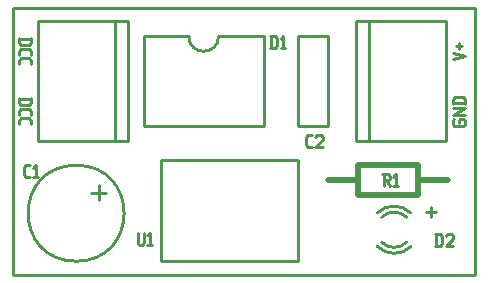
<source format=gbr>
G04 start of page 8 for group -4079 idx -4079 *
G04 Title: (unknown), topsilk *
G04 Creator: pcb 20140316 *
G04 CreationDate: Fri 22 Jan 2016 05:15:40 PM GMT UTC *
G04 For: ndholmes *
G04 Format: Gerber/RS-274X *
G04 PCB-Dimensions (mil): 1550.00 900.00 *
G04 PCB-Coordinate-Origin: lower left *
%MOIN*%
%FSLAX25Y25*%
%LNTOPSILK*%
%ADD60C,0.0200*%
%ADD59C,0.0100*%
G54D59*X500Y500D02*Y89500D01*
X154500D01*
Y500D01*
X500D01*
X2500Y79000D02*X6500D01*
Y77700D02*X5800Y77000D01*
X3200D02*X5800D01*
X2500Y77700D02*X3200Y77000D01*
X2500Y79500D02*Y77700D01*
X6500Y79500D02*Y77700D01*
X2500Y75100D02*Y73800D01*
X3200Y75800D02*X2500Y75100D01*
X3200Y75800D02*X5800D01*
X6500Y75100D01*
Y73800D01*
X2500Y71900D02*Y70600D01*
X3200Y72600D02*X2500Y71900D01*
X3200Y72600D02*X5800D01*
X6500Y71900D01*
Y70600D01*
X2500Y59000D02*X6500D01*
Y57700D02*X5800Y57000D01*
X3200D02*X5800D01*
X2500Y57700D02*X3200Y57000D01*
X2500Y59500D02*Y57700D01*
X6500Y59500D02*Y57700D01*
X2500Y55100D02*Y53800D01*
X3200Y55800D02*X2500Y55100D01*
X3200Y55800D02*X5800D01*
X6500Y55100D01*
Y53800D01*
X2500Y51900D02*Y50600D01*
X3200Y52600D02*X2500Y51900D01*
X3200Y52600D02*X5800D01*
X6500Y51900D01*
Y50600D01*
X147000Y72500D02*X151000Y73500D01*
X147000Y74500D01*
X149000Y77700D02*Y75700D01*
X148000Y76700D02*X150000D01*
X147000Y52000D02*X147500Y52500D01*
X147000Y52000D02*Y50500D01*
X147500Y50000D02*X147000Y50500D01*
X147500Y50000D02*X150500D01*
X151000Y50500D01*
Y52000D02*Y50500D01*
Y52000D02*X150500Y52500D01*
X149500D02*X150500D01*
X149000Y52000D02*X149500Y52500D01*
X149000Y52000D02*Y51000D01*
X147000Y53700D02*X151000D01*
X147000D02*X151000Y56200D01*
X147000D02*X151000D01*
X147000Y57900D02*X151000D01*
X147000Y59200D02*X147700Y59900D01*
X150300D01*
X151000Y59200D02*X150300Y59900D01*
X151000Y59200D02*Y57400D01*
X147000Y59200D02*Y57400D01*
X138000Y21520D02*X141320D01*
X139660Y23180D02*Y19860D01*
X8700Y85000D02*Y45000D01*
X38700Y85000D02*Y45000D01*
X34300Y85000D02*Y45000D01*
X8700Y85000D02*X38700D01*
X8700Y45000D02*X38700D01*
X26500Y27900D02*X31500D01*
X29000Y30400D02*Y25400D01*
X21500Y37000D02*G75*G03X21500Y37000I0J-16000D01*G01*
X44000Y80000D02*Y50000D01*
X84000D01*
Y80000D01*
X44000D02*X59000D01*
X69000D02*X84000D01*
X59000D02*G75*G03X69000Y80000I5000J0D01*G01*
X105500D02*Y50000D01*
X95500D02*X105500D01*
X95500Y80000D02*Y50000D01*
Y80000D02*X105500D01*
X144800Y85000D02*Y45000D01*
X114800Y85000D02*Y45000D01*
X119200Y85000D02*Y45000D01*
X114800D02*X144800D01*
X114800Y85000D02*X144800D01*
X123328Y11328D02*G75*G03X131672Y11328I4172J4172D01*G01*
X131672Y19672D02*G75*G03X123328Y19672I-4172J-4172D01*G01*
X121914Y9914D02*G75*G03X133086Y9914I5586J5586D01*G01*
X133086Y21086D02*G75*G03X121914Y21086I-5586J-5586D01*G01*
G54D60*X115500Y27000D02*X135500D01*
X115500Y37000D02*Y27000D01*
Y37000D02*X135500D01*
Y27000D01*
Y32000D02*X145500D01*
X105500D02*X115500D01*
G54D59*X49665Y5126D02*X95335D01*
X49665Y38590D02*X95335D01*
X49665D02*Y5126D01*
X95335Y38590D02*Y5126D01*
X4700Y33000D02*X6000D01*
X4000Y33700D02*X4700Y33000D01*
X4000Y36300D02*Y33700D01*
Y36300D02*X4700Y37000D01*
X6000D01*
X7200Y36200D02*X8000Y37000D01*
Y33000D01*
X7200D02*X8700D01*
X86500Y80000D02*Y76000D01*
X87800Y80000D02*X88500Y79300D01*
Y76700D01*
X87800Y76000D02*X88500Y76700D01*
X86000Y76000D02*X87800D01*
X86000Y80000D02*X87800D01*
X89700Y79200D02*X90500Y80000D01*
Y76000D01*
X89700D02*X91200D01*
X98700Y43000D02*X100000D01*
X98000Y43700D02*X98700Y43000D01*
X98000Y46300D02*Y43700D01*
Y46300D02*X98700Y47000D01*
X100000D01*
X101200Y46500D02*X101700Y47000D01*
X103200D01*
X103700Y46500D01*
Y45500D01*
X101200Y43000D02*X103700Y45500D01*
X101200Y43000D02*X103700D01*
X141500Y14000D02*Y10000D01*
X142800Y14000D02*X143500Y13300D01*
Y10700D01*
X142800Y10000D02*X143500Y10700D01*
X141000Y10000D02*X142800D01*
X141000Y14000D02*X142800D01*
X144700Y13500D02*X145200Y14000D01*
X146700D01*
X147200Y13500D01*
Y12500D01*
X144700Y10000D02*X147200Y12500D01*
X144700Y10000D02*X147200D01*
X123500Y34000D02*X125500D01*
X126000Y33500D01*
Y32500D01*
X125500Y32000D02*X126000Y32500D01*
X124000Y32000D02*X125500D01*
X124000Y34000D02*Y30000D01*
X124800Y32000D02*X126000Y30000D01*
X127200Y33200D02*X128000Y34000D01*
Y30000D01*
X127200D02*X128700D01*
X42000Y14500D02*Y11000D01*
X42500Y10500D01*
X43500D01*
X44000Y11000D01*
Y14500D02*Y11000D01*
X45200Y13700D02*X46000Y14500D01*
Y10500D01*
X45200D02*X46700D01*
M02*

</source>
